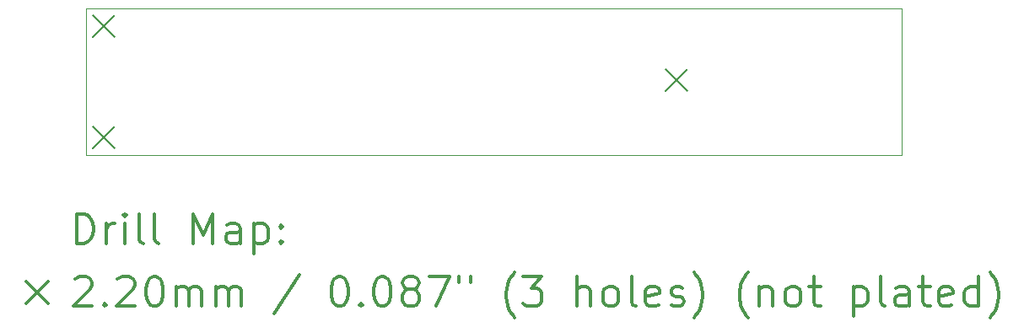
<source format=gbr>
%FSLAX45Y45*%
G04 Gerber Fmt 4.5, Leading zero omitted, Abs format (unit mm)*
G04 Created by KiCad (PCBNEW (5.1.8)-1) date 2021-10-07 20:49:08*
%MOMM*%
%LPD*%
G01*
G04 APERTURE LIST*
%TA.AperFunction,Profile*%
%ADD10C,0.050000*%
%TD*%
%ADD11C,0.200000*%
%ADD12C,0.300000*%
G04 APERTURE END LIST*
D10*
X6830000Y-10690000D02*
X6830000Y-9210000D01*
X15020000Y-10690000D02*
X6830000Y-10690000D01*
X15020000Y-9210000D02*
X6830000Y-9210000D01*
X15020000Y-10690000D02*
X15020000Y-9210000D01*
D11*
X6900000Y-10400000D02*
X7120000Y-10620000D01*
X7120000Y-10400000D02*
X6900000Y-10620000D01*
X12650000Y-9820000D02*
X12870000Y-10040000D01*
X12870000Y-9820000D02*
X12650000Y-10040000D01*
X6900000Y-9280000D02*
X7120000Y-9500000D01*
X7120000Y-9280000D02*
X6900000Y-9500000D01*
D12*
X6736428Y-11575714D02*
X6736428Y-11275714D01*
X6807857Y-11275714D01*
X6850714Y-11290000D01*
X6879286Y-11318571D01*
X6893571Y-11347143D01*
X6907857Y-11404286D01*
X6907857Y-11447143D01*
X6893571Y-11504286D01*
X6879286Y-11532857D01*
X6850714Y-11561428D01*
X6807857Y-11575714D01*
X6736428Y-11575714D01*
X7036428Y-11575714D02*
X7036428Y-11375714D01*
X7036428Y-11432857D02*
X7050714Y-11404286D01*
X7065000Y-11390000D01*
X7093571Y-11375714D01*
X7122143Y-11375714D01*
X7222143Y-11575714D02*
X7222143Y-11375714D01*
X7222143Y-11275714D02*
X7207857Y-11290000D01*
X7222143Y-11304286D01*
X7236428Y-11290000D01*
X7222143Y-11275714D01*
X7222143Y-11304286D01*
X7407857Y-11575714D02*
X7379286Y-11561428D01*
X7365000Y-11532857D01*
X7365000Y-11275714D01*
X7565000Y-11575714D02*
X7536428Y-11561428D01*
X7522143Y-11532857D01*
X7522143Y-11275714D01*
X7907857Y-11575714D02*
X7907857Y-11275714D01*
X8007857Y-11490000D01*
X8107857Y-11275714D01*
X8107857Y-11575714D01*
X8379286Y-11575714D02*
X8379286Y-11418571D01*
X8365000Y-11390000D01*
X8336428Y-11375714D01*
X8279286Y-11375714D01*
X8250714Y-11390000D01*
X8379286Y-11561428D02*
X8350714Y-11575714D01*
X8279286Y-11575714D01*
X8250714Y-11561428D01*
X8236428Y-11532857D01*
X8236428Y-11504286D01*
X8250714Y-11475714D01*
X8279286Y-11461428D01*
X8350714Y-11461428D01*
X8379286Y-11447143D01*
X8522143Y-11375714D02*
X8522143Y-11675714D01*
X8522143Y-11390000D02*
X8550714Y-11375714D01*
X8607857Y-11375714D01*
X8636429Y-11390000D01*
X8650714Y-11404286D01*
X8665000Y-11432857D01*
X8665000Y-11518571D01*
X8650714Y-11547143D01*
X8636429Y-11561428D01*
X8607857Y-11575714D01*
X8550714Y-11575714D01*
X8522143Y-11561428D01*
X8793571Y-11547143D02*
X8807857Y-11561428D01*
X8793571Y-11575714D01*
X8779286Y-11561428D01*
X8793571Y-11547143D01*
X8793571Y-11575714D01*
X8793571Y-11390000D02*
X8807857Y-11404286D01*
X8793571Y-11418571D01*
X8779286Y-11404286D01*
X8793571Y-11390000D01*
X8793571Y-11418571D01*
X6230000Y-11960000D02*
X6450000Y-12180000D01*
X6450000Y-11960000D02*
X6230000Y-12180000D01*
X6722143Y-11934286D02*
X6736428Y-11920000D01*
X6765000Y-11905714D01*
X6836428Y-11905714D01*
X6865000Y-11920000D01*
X6879286Y-11934286D01*
X6893571Y-11962857D01*
X6893571Y-11991428D01*
X6879286Y-12034286D01*
X6707857Y-12205714D01*
X6893571Y-12205714D01*
X7022143Y-12177143D02*
X7036428Y-12191428D01*
X7022143Y-12205714D01*
X7007857Y-12191428D01*
X7022143Y-12177143D01*
X7022143Y-12205714D01*
X7150714Y-11934286D02*
X7165000Y-11920000D01*
X7193571Y-11905714D01*
X7265000Y-11905714D01*
X7293571Y-11920000D01*
X7307857Y-11934286D01*
X7322143Y-11962857D01*
X7322143Y-11991428D01*
X7307857Y-12034286D01*
X7136428Y-12205714D01*
X7322143Y-12205714D01*
X7507857Y-11905714D02*
X7536428Y-11905714D01*
X7565000Y-11920000D01*
X7579286Y-11934286D01*
X7593571Y-11962857D01*
X7607857Y-12020000D01*
X7607857Y-12091428D01*
X7593571Y-12148571D01*
X7579286Y-12177143D01*
X7565000Y-12191428D01*
X7536428Y-12205714D01*
X7507857Y-12205714D01*
X7479286Y-12191428D01*
X7465000Y-12177143D01*
X7450714Y-12148571D01*
X7436428Y-12091428D01*
X7436428Y-12020000D01*
X7450714Y-11962857D01*
X7465000Y-11934286D01*
X7479286Y-11920000D01*
X7507857Y-11905714D01*
X7736428Y-12205714D02*
X7736428Y-12005714D01*
X7736428Y-12034286D02*
X7750714Y-12020000D01*
X7779286Y-12005714D01*
X7822143Y-12005714D01*
X7850714Y-12020000D01*
X7865000Y-12048571D01*
X7865000Y-12205714D01*
X7865000Y-12048571D02*
X7879286Y-12020000D01*
X7907857Y-12005714D01*
X7950714Y-12005714D01*
X7979286Y-12020000D01*
X7993571Y-12048571D01*
X7993571Y-12205714D01*
X8136428Y-12205714D02*
X8136428Y-12005714D01*
X8136428Y-12034286D02*
X8150714Y-12020000D01*
X8179286Y-12005714D01*
X8222143Y-12005714D01*
X8250714Y-12020000D01*
X8265000Y-12048571D01*
X8265000Y-12205714D01*
X8265000Y-12048571D02*
X8279286Y-12020000D01*
X8307857Y-12005714D01*
X8350714Y-12005714D01*
X8379286Y-12020000D01*
X8393571Y-12048571D01*
X8393571Y-12205714D01*
X8979286Y-11891428D02*
X8722143Y-12277143D01*
X9365000Y-11905714D02*
X9393571Y-11905714D01*
X9422143Y-11920000D01*
X9436429Y-11934286D01*
X9450714Y-11962857D01*
X9465000Y-12020000D01*
X9465000Y-12091428D01*
X9450714Y-12148571D01*
X9436429Y-12177143D01*
X9422143Y-12191428D01*
X9393571Y-12205714D01*
X9365000Y-12205714D01*
X9336429Y-12191428D01*
X9322143Y-12177143D01*
X9307857Y-12148571D01*
X9293571Y-12091428D01*
X9293571Y-12020000D01*
X9307857Y-11962857D01*
X9322143Y-11934286D01*
X9336429Y-11920000D01*
X9365000Y-11905714D01*
X9593571Y-12177143D02*
X9607857Y-12191428D01*
X9593571Y-12205714D01*
X9579286Y-12191428D01*
X9593571Y-12177143D01*
X9593571Y-12205714D01*
X9793571Y-11905714D02*
X9822143Y-11905714D01*
X9850714Y-11920000D01*
X9865000Y-11934286D01*
X9879286Y-11962857D01*
X9893571Y-12020000D01*
X9893571Y-12091428D01*
X9879286Y-12148571D01*
X9865000Y-12177143D01*
X9850714Y-12191428D01*
X9822143Y-12205714D01*
X9793571Y-12205714D01*
X9765000Y-12191428D01*
X9750714Y-12177143D01*
X9736429Y-12148571D01*
X9722143Y-12091428D01*
X9722143Y-12020000D01*
X9736429Y-11962857D01*
X9750714Y-11934286D01*
X9765000Y-11920000D01*
X9793571Y-11905714D01*
X10065000Y-12034286D02*
X10036429Y-12020000D01*
X10022143Y-12005714D01*
X10007857Y-11977143D01*
X10007857Y-11962857D01*
X10022143Y-11934286D01*
X10036429Y-11920000D01*
X10065000Y-11905714D01*
X10122143Y-11905714D01*
X10150714Y-11920000D01*
X10165000Y-11934286D01*
X10179286Y-11962857D01*
X10179286Y-11977143D01*
X10165000Y-12005714D01*
X10150714Y-12020000D01*
X10122143Y-12034286D01*
X10065000Y-12034286D01*
X10036429Y-12048571D01*
X10022143Y-12062857D01*
X10007857Y-12091428D01*
X10007857Y-12148571D01*
X10022143Y-12177143D01*
X10036429Y-12191428D01*
X10065000Y-12205714D01*
X10122143Y-12205714D01*
X10150714Y-12191428D01*
X10165000Y-12177143D01*
X10179286Y-12148571D01*
X10179286Y-12091428D01*
X10165000Y-12062857D01*
X10150714Y-12048571D01*
X10122143Y-12034286D01*
X10279286Y-11905714D02*
X10479286Y-11905714D01*
X10350714Y-12205714D01*
X10579286Y-11905714D02*
X10579286Y-11962857D01*
X10693571Y-11905714D02*
X10693571Y-11962857D01*
X11136429Y-12320000D02*
X11122143Y-12305714D01*
X11093571Y-12262857D01*
X11079286Y-12234286D01*
X11065000Y-12191428D01*
X11050714Y-12120000D01*
X11050714Y-12062857D01*
X11065000Y-11991428D01*
X11079286Y-11948571D01*
X11093571Y-11920000D01*
X11122143Y-11877143D01*
X11136429Y-11862857D01*
X11222143Y-11905714D02*
X11407857Y-11905714D01*
X11307857Y-12020000D01*
X11350714Y-12020000D01*
X11379286Y-12034286D01*
X11393571Y-12048571D01*
X11407857Y-12077143D01*
X11407857Y-12148571D01*
X11393571Y-12177143D01*
X11379286Y-12191428D01*
X11350714Y-12205714D01*
X11265000Y-12205714D01*
X11236428Y-12191428D01*
X11222143Y-12177143D01*
X11765000Y-12205714D02*
X11765000Y-11905714D01*
X11893571Y-12205714D02*
X11893571Y-12048571D01*
X11879286Y-12020000D01*
X11850714Y-12005714D01*
X11807857Y-12005714D01*
X11779286Y-12020000D01*
X11765000Y-12034286D01*
X12079286Y-12205714D02*
X12050714Y-12191428D01*
X12036428Y-12177143D01*
X12022143Y-12148571D01*
X12022143Y-12062857D01*
X12036428Y-12034286D01*
X12050714Y-12020000D01*
X12079286Y-12005714D01*
X12122143Y-12005714D01*
X12150714Y-12020000D01*
X12165000Y-12034286D01*
X12179286Y-12062857D01*
X12179286Y-12148571D01*
X12165000Y-12177143D01*
X12150714Y-12191428D01*
X12122143Y-12205714D01*
X12079286Y-12205714D01*
X12350714Y-12205714D02*
X12322143Y-12191428D01*
X12307857Y-12162857D01*
X12307857Y-11905714D01*
X12579286Y-12191428D02*
X12550714Y-12205714D01*
X12493571Y-12205714D01*
X12465000Y-12191428D01*
X12450714Y-12162857D01*
X12450714Y-12048571D01*
X12465000Y-12020000D01*
X12493571Y-12005714D01*
X12550714Y-12005714D01*
X12579286Y-12020000D01*
X12593571Y-12048571D01*
X12593571Y-12077143D01*
X12450714Y-12105714D01*
X12707857Y-12191428D02*
X12736428Y-12205714D01*
X12793571Y-12205714D01*
X12822143Y-12191428D01*
X12836428Y-12162857D01*
X12836428Y-12148571D01*
X12822143Y-12120000D01*
X12793571Y-12105714D01*
X12750714Y-12105714D01*
X12722143Y-12091428D01*
X12707857Y-12062857D01*
X12707857Y-12048571D01*
X12722143Y-12020000D01*
X12750714Y-12005714D01*
X12793571Y-12005714D01*
X12822143Y-12020000D01*
X12936428Y-12320000D02*
X12950714Y-12305714D01*
X12979286Y-12262857D01*
X12993571Y-12234286D01*
X13007857Y-12191428D01*
X13022143Y-12120000D01*
X13022143Y-12062857D01*
X13007857Y-11991428D01*
X12993571Y-11948571D01*
X12979286Y-11920000D01*
X12950714Y-11877143D01*
X12936428Y-11862857D01*
X13479286Y-12320000D02*
X13465000Y-12305714D01*
X13436428Y-12262857D01*
X13422143Y-12234286D01*
X13407857Y-12191428D01*
X13393571Y-12120000D01*
X13393571Y-12062857D01*
X13407857Y-11991428D01*
X13422143Y-11948571D01*
X13436428Y-11920000D01*
X13465000Y-11877143D01*
X13479286Y-11862857D01*
X13593571Y-12005714D02*
X13593571Y-12205714D01*
X13593571Y-12034286D02*
X13607857Y-12020000D01*
X13636428Y-12005714D01*
X13679286Y-12005714D01*
X13707857Y-12020000D01*
X13722143Y-12048571D01*
X13722143Y-12205714D01*
X13907857Y-12205714D02*
X13879286Y-12191428D01*
X13865000Y-12177143D01*
X13850714Y-12148571D01*
X13850714Y-12062857D01*
X13865000Y-12034286D01*
X13879286Y-12020000D01*
X13907857Y-12005714D01*
X13950714Y-12005714D01*
X13979286Y-12020000D01*
X13993571Y-12034286D01*
X14007857Y-12062857D01*
X14007857Y-12148571D01*
X13993571Y-12177143D01*
X13979286Y-12191428D01*
X13950714Y-12205714D01*
X13907857Y-12205714D01*
X14093571Y-12005714D02*
X14207857Y-12005714D01*
X14136428Y-11905714D02*
X14136428Y-12162857D01*
X14150714Y-12191428D01*
X14179286Y-12205714D01*
X14207857Y-12205714D01*
X14536428Y-12005714D02*
X14536428Y-12305714D01*
X14536428Y-12020000D02*
X14565000Y-12005714D01*
X14622143Y-12005714D01*
X14650714Y-12020000D01*
X14665000Y-12034286D01*
X14679286Y-12062857D01*
X14679286Y-12148571D01*
X14665000Y-12177143D01*
X14650714Y-12191428D01*
X14622143Y-12205714D01*
X14565000Y-12205714D01*
X14536428Y-12191428D01*
X14850714Y-12205714D02*
X14822143Y-12191428D01*
X14807857Y-12162857D01*
X14807857Y-11905714D01*
X15093571Y-12205714D02*
X15093571Y-12048571D01*
X15079286Y-12020000D01*
X15050714Y-12005714D01*
X14993571Y-12005714D01*
X14965000Y-12020000D01*
X15093571Y-12191428D02*
X15065000Y-12205714D01*
X14993571Y-12205714D01*
X14965000Y-12191428D01*
X14950714Y-12162857D01*
X14950714Y-12134286D01*
X14965000Y-12105714D01*
X14993571Y-12091428D01*
X15065000Y-12091428D01*
X15093571Y-12077143D01*
X15193571Y-12005714D02*
X15307857Y-12005714D01*
X15236428Y-11905714D02*
X15236428Y-12162857D01*
X15250714Y-12191428D01*
X15279286Y-12205714D01*
X15307857Y-12205714D01*
X15522143Y-12191428D02*
X15493571Y-12205714D01*
X15436428Y-12205714D01*
X15407857Y-12191428D01*
X15393571Y-12162857D01*
X15393571Y-12048571D01*
X15407857Y-12020000D01*
X15436428Y-12005714D01*
X15493571Y-12005714D01*
X15522143Y-12020000D01*
X15536428Y-12048571D01*
X15536428Y-12077143D01*
X15393571Y-12105714D01*
X15793571Y-12205714D02*
X15793571Y-11905714D01*
X15793571Y-12191428D02*
X15765000Y-12205714D01*
X15707857Y-12205714D01*
X15679286Y-12191428D01*
X15665000Y-12177143D01*
X15650714Y-12148571D01*
X15650714Y-12062857D01*
X15665000Y-12034286D01*
X15679286Y-12020000D01*
X15707857Y-12005714D01*
X15765000Y-12005714D01*
X15793571Y-12020000D01*
X15907857Y-12320000D02*
X15922143Y-12305714D01*
X15950714Y-12262857D01*
X15965000Y-12234286D01*
X15979286Y-12191428D01*
X15993571Y-12120000D01*
X15993571Y-12062857D01*
X15979286Y-11991428D01*
X15965000Y-11948571D01*
X15950714Y-11920000D01*
X15922143Y-11877143D01*
X15907857Y-11862857D01*
M02*

</source>
